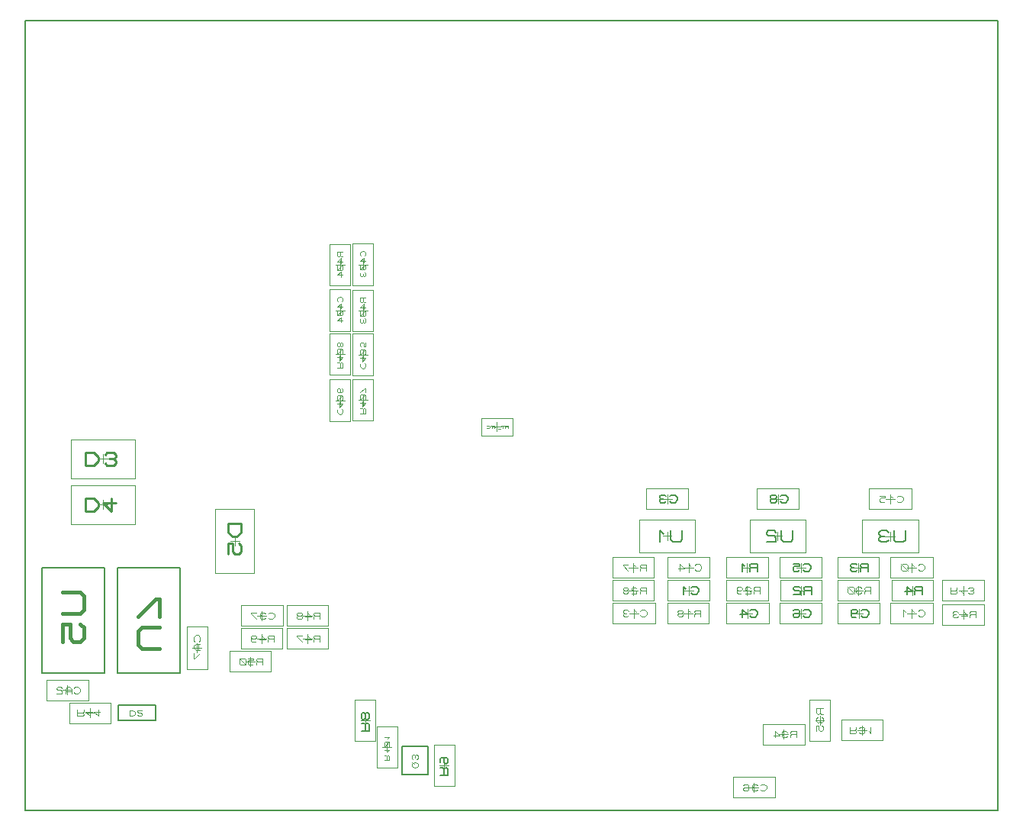
<source format=gbr>
G04 PROTEUS GERBER X2 FILE*
%TF.GenerationSoftware,Labcenter,Proteus,8.7-SP3-Build25561*%
%TF.CreationDate,2021-07-03T21:28:02+00:00*%
%TF.FileFunction,AssemblyDrawing,Bot*%
%TF.FilePolarity,Positive*%
%TF.Part,Single*%
%TF.SameCoordinates,{f2efd226-c5f6-4210-91bb-6bc09b7e039f}*%
%FSLAX45Y45*%
%MOMM*%
G01*
%TA.AperFunction,Profile*%
%ADD39C,0.203200*%
%TA.AperFunction,Material*%
%ADD119C,0.050000*%
%ADD132C,0.095000*%
%ADD127C,0.093000*%
%ADD46C,0.203200*%
%ADD117C,0.389040*%
%ADD124C,0.118750*%
%ADD146C,0.208330*%
%ADD133C,0.141000*%
%ADD120C,0.116250*%
%ADD147C,0.100580*%
%ADD148C,0.050710*%
%ADD134C,0.103290*%
%ADD149C,0.238330*%
%TD.AperFunction*%
D39*
X-1079500Y-6413500D02*
X+9715500Y-6413500D01*
X+9715500Y+2349500D01*
X-1079500Y+2349500D01*
X-1079500Y-6413500D01*
D119*
X+2528000Y-631000D02*
X+2528000Y-1101000D01*
X+2298000Y-1101000D01*
X+2298000Y-631000D01*
X+2528000Y-631000D01*
X+2363000Y-866000D02*
X+2463000Y-866000D01*
X+2413000Y-916000D02*
X+2413000Y-816000D01*
D132*
X+2432000Y-771000D02*
X+2441500Y-761500D01*
X+2441500Y-733000D01*
X+2422500Y-714000D01*
X+2403500Y-714000D01*
X+2384500Y-733000D01*
X+2384500Y-761500D01*
X+2394000Y-771000D01*
X+2422500Y-847000D02*
X+2422500Y-790000D01*
X+2384500Y-828000D01*
X+2441500Y-828000D01*
X+2432000Y-866000D02*
X+2394000Y-866000D01*
X+2384500Y-875500D01*
X+2384500Y-913500D01*
X+2394000Y-923000D01*
X+2432000Y-923000D01*
X+2441500Y-913500D01*
X+2441500Y-875500D01*
X+2432000Y-866000D01*
X+2441500Y-866000D02*
X+2384500Y-923000D01*
X+2422500Y-999000D02*
X+2422500Y-942000D01*
X+2384500Y-980000D01*
X+2441500Y-980000D01*
D119*
X+2528000Y-133000D02*
X+2528000Y-593000D01*
X+2298000Y-593000D01*
X+2298000Y-133000D01*
X+2528000Y-133000D01*
X+2363000Y-363000D02*
X+2463000Y-363000D01*
X+2413000Y-413000D02*
X+2413000Y-313000D01*
D127*
X+2440900Y-214200D02*
X+2385100Y-214200D01*
X+2385100Y-260700D01*
X+2394400Y-270000D01*
X+2403700Y-270000D01*
X+2413000Y-260700D01*
X+2413000Y-214200D01*
X+2413000Y-260700D02*
X+2422300Y-270000D01*
X+2440900Y-270000D01*
X+2422300Y-344400D02*
X+2422300Y-288600D01*
X+2385100Y-325800D01*
X+2440900Y-325800D01*
X+2431600Y-363000D02*
X+2394400Y-363000D01*
X+2385100Y-372300D01*
X+2385100Y-409500D01*
X+2394400Y-418800D01*
X+2431600Y-418800D01*
X+2440900Y-409500D01*
X+2440900Y-372300D01*
X+2431600Y-363000D01*
X+2440900Y-363000D02*
X+2385100Y-418800D01*
X+2422300Y-493200D02*
X+2422300Y-437400D01*
X+2385100Y-474600D01*
X+2440900Y-474600D01*
D119*
X+2782000Y-123000D02*
X+2782000Y-593000D01*
X+2552000Y-593000D01*
X+2552000Y-123000D01*
X+2782000Y-123000D01*
X+2617000Y-358000D02*
X+2717000Y-358000D01*
X+2667000Y-408000D02*
X+2667000Y-308000D01*
D132*
X+2686000Y-263000D02*
X+2695500Y-253500D01*
X+2695500Y-225000D01*
X+2676500Y-206000D01*
X+2657500Y-206000D01*
X+2638500Y-225000D01*
X+2638500Y-253500D01*
X+2648000Y-263000D01*
X+2676500Y-339000D02*
X+2676500Y-282000D01*
X+2638500Y-320000D01*
X+2695500Y-320000D01*
X+2686000Y-358000D02*
X+2648000Y-358000D01*
X+2638500Y-367500D01*
X+2638500Y-405500D01*
X+2648000Y-415000D01*
X+2686000Y-415000D01*
X+2695500Y-405500D01*
X+2695500Y-367500D01*
X+2686000Y-358000D01*
X+2695500Y-358000D02*
X+2638500Y-415000D01*
X+2648000Y-443500D02*
X+2638500Y-453000D01*
X+2638500Y-481500D01*
X+2648000Y-491000D01*
X+2657500Y-491000D01*
X+2667000Y-481500D01*
X+2676500Y-491000D01*
X+2686000Y-491000D01*
X+2695500Y-481500D01*
X+2695500Y-453000D01*
X+2686000Y-443500D01*
X+2667000Y-462500D02*
X+2667000Y-481500D01*
D119*
X+2782000Y-641000D02*
X+2782000Y-1101000D01*
X+2552000Y-1101000D01*
X+2552000Y-641000D01*
X+2782000Y-641000D01*
X+2617000Y-871000D02*
X+2717000Y-871000D01*
X+2667000Y-921000D02*
X+2667000Y-821000D01*
D127*
X+2694900Y-722200D02*
X+2639100Y-722200D01*
X+2639100Y-768700D01*
X+2648400Y-778000D01*
X+2657700Y-778000D01*
X+2667000Y-768700D01*
X+2667000Y-722200D01*
X+2667000Y-768700D02*
X+2676300Y-778000D01*
X+2694900Y-778000D01*
X+2676300Y-852400D02*
X+2676300Y-796600D01*
X+2639100Y-833800D01*
X+2694900Y-833800D01*
X+2685600Y-871000D02*
X+2648400Y-871000D01*
X+2639100Y-880300D01*
X+2639100Y-917500D01*
X+2648400Y-926800D01*
X+2685600Y-926800D01*
X+2694900Y-917500D01*
X+2694900Y-880300D01*
X+2685600Y-871000D01*
X+2694900Y-871000D02*
X+2639100Y-926800D01*
X+2648400Y-954700D02*
X+2639100Y-964000D01*
X+2639100Y-991900D01*
X+2648400Y-1001200D01*
X+2657700Y-1001200D01*
X+2667000Y-991900D01*
X+2676300Y-1001200D01*
X+2685600Y-1001200D01*
X+2694900Y-991900D01*
X+2694900Y-964000D01*
X+2685600Y-954700D01*
X+2667000Y-973300D02*
X+2667000Y-991900D01*
D46*
X-895350Y-4889500D02*
X-196850Y-4889500D01*
X-196850Y-3722370D01*
X-895350Y-3722370D01*
X-895350Y-4889500D01*
D117*
X-662813Y-3994701D02*
X-468291Y-3994701D01*
X-429387Y-4033605D01*
X-429387Y-4189222D01*
X-468291Y-4228126D01*
X-662813Y-4228126D01*
X-662813Y-4539360D02*
X-662813Y-4344839D01*
X-585004Y-4344839D01*
X-585004Y-4500456D01*
X-546100Y-4539360D01*
X-468291Y-4539360D01*
X-429387Y-4500456D01*
X-429387Y-4383743D01*
X-468291Y-4344839D01*
D46*
X-57150Y-4889500D02*
X+641350Y-4889500D01*
X+641350Y-3722370D01*
X-57150Y-3722370D01*
X-57150Y-4889500D01*
D117*
X+408813Y-4617169D02*
X+214291Y-4617169D01*
X+175387Y-4578265D01*
X+175387Y-4422648D01*
X+214291Y-4383744D01*
X+408813Y-4383744D01*
X+408813Y-4267031D02*
X+408813Y-4072510D01*
X+369909Y-4072510D01*
X+175387Y-4267031D01*
D119*
X-377000Y-5195000D02*
X-847000Y-5195000D01*
X-847000Y-4965000D01*
X-377000Y-4965000D01*
X-377000Y-5195000D01*
X-612000Y-5030000D02*
X-612000Y-5130000D01*
X-662000Y-5080000D02*
X-562000Y-5080000D01*
D124*
X-540750Y-5103750D02*
X-528875Y-5115625D01*
X-493250Y-5115625D01*
X-469500Y-5091875D01*
X-469500Y-5068125D01*
X-493250Y-5044375D01*
X-528875Y-5044375D01*
X-540750Y-5056250D01*
X-564500Y-5115625D02*
X-564500Y-5068125D01*
X-588250Y-5044375D01*
X-612000Y-5044375D01*
X-635750Y-5068125D01*
X-635750Y-5115625D01*
X-564500Y-5091875D02*
X-635750Y-5091875D01*
X-671375Y-5056250D02*
X-683250Y-5044375D01*
X-718875Y-5044375D01*
X-730750Y-5056250D01*
X-730750Y-5068125D01*
X-718875Y-5080000D01*
X-683250Y-5080000D01*
X-671375Y-5091875D01*
X-671375Y-5115625D01*
X-730750Y-5115625D01*
D119*
X+710500Y-4847500D02*
X+710500Y-4377500D01*
X+940500Y-4377500D01*
X+940500Y-4847500D01*
X+710500Y-4847500D01*
X+875500Y-4612500D02*
X+775500Y-4612500D01*
X+825500Y-4562500D02*
X+825500Y-4662500D01*
D124*
X+849250Y-4541250D02*
X+861125Y-4529375D01*
X+861125Y-4493750D01*
X+837375Y-4470000D01*
X+813625Y-4470000D01*
X+789875Y-4493750D01*
X+789875Y-4529375D01*
X+801750Y-4541250D01*
X+861125Y-4565000D02*
X+813625Y-4565000D01*
X+789875Y-4588750D01*
X+789875Y-4612500D01*
X+813625Y-4636250D01*
X+861125Y-4636250D01*
X+837375Y-4565000D02*
X+837375Y-4636250D01*
X+789875Y-4671875D02*
X+789875Y-4731250D01*
X+801750Y-4731250D01*
X+861125Y-4671875D01*
D119*
X+2782000Y-1121500D02*
X+2782000Y-1591500D01*
X+2552000Y-1591500D01*
X+2552000Y-1121500D01*
X+2782000Y-1121500D01*
X+2617000Y-1356500D02*
X+2717000Y-1356500D01*
X+2667000Y-1406500D02*
X+2667000Y-1306500D01*
D132*
X+2648000Y-1451500D02*
X+2638500Y-1461000D01*
X+2638500Y-1489500D01*
X+2657500Y-1508500D01*
X+2676500Y-1508500D01*
X+2695500Y-1489500D01*
X+2695500Y-1461000D01*
X+2686000Y-1451500D01*
X+2657500Y-1375500D02*
X+2657500Y-1432500D01*
X+2695500Y-1394500D01*
X+2638500Y-1394500D01*
X+2648000Y-1356500D02*
X+2686000Y-1356500D01*
X+2695500Y-1347000D01*
X+2695500Y-1309000D01*
X+2686000Y-1299500D01*
X+2648000Y-1299500D01*
X+2638500Y-1309000D01*
X+2638500Y-1347000D01*
X+2648000Y-1356500D01*
X+2638500Y-1356500D02*
X+2695500Y-1299500D01*
X+2695500Y-1223500D02*
X+2695500Y-1271000D01*
X+2676500Y-1271000D01*
X+2676500Y-1233000D01*
X+2667000Y-1223500D01*
X+2648000Y-1223500D01*
X+2638500Y-1233000D01*
X+2638500Y-1261500D01*
X+2648000Y-1271000D01*
D119*
X+2528000Y-1629500D02*
X+2528000Y-2099500D01*
X+2298000Y-2099500D01*
X+2298000Y-1629500D01*
X+2528000Y-1629500D01*
X+2363000Y-1864500D02*
X+2463000Y-1864500D01*
X+2413000Y-1914500D02*
X+2413000Y-1814500D01*
D132*
X+2394000Y-1959500D02*
X+2384500Y-1969000D01*
X+2384500Y-1997500D01*
X+2403500Y-2016500D01*
X+2422500Y-2016500D01*
X+2441500Y-1997500D01*
X+2441500Y-1969000D01*
X+2432000Y-1959500D01*
X+2403500Y-1883500D02*
X+2403500Y-1940500D01*
X+2441500Y-1902500D01*
X+2384500Y-1902500D01*
X+2394000Y-1864500D02*
X+2432000Y-1864500D01*
X+2441500Y-1855000D01*
X+2441500Y-1817000D01*
X+2432000Y-1807500D01*
X+2394000Y-1807500D01*
X+2384500Y-1817000D01*
X+2384500Y-1855000D01*
X+2394000Y-1864500D01*
X+2384500Y-1864500D02*
X+2441500Y-1807500D01*
X+2432000Y-1731500D02*
X+2441500Y-1741000D01*
X+2441500Y-1769500D01*
X+2432000Y-1779000D01*
X+2394000Y-1779000D01*
X+2384500Y-1769500D01*
X+2384500Y-1741000D01*
X+2394000Y-1731500D01*
X+2403500Y-1731500D01*
X+2413000Y-1741000D01*
X+2413000Y-1779000D01*
D119*
X+2782000Y-1629500D02*
X+2782000Y-2089500D01*
X+2552000Y-2089500D01*
X+2552000Y-1629500D01*
X+2782000Y-1629500D01*
X+2617000Y-1859500D02*
X+2717000Y-1859500D01*
X+2667000Y-1909500D02*
X+2667000Y-1809500D01*
D127*
X+2639100Y-2008300D02*
X+2694900Y-2008300D01*
X+2694900Y-1961800D01*
X+2685600Y-1952500D01*
X+2676300Y-1952500D01*
X+2667000Y-1961800D01*
X+2667000Y-2008300D01*
X+2667000Y-1961800D02*
X+2657700Y-1952500D01*
X+2639100Y-1952500D01*
X+2657700Y-1878100D02*
X+2657700Y-1933900D01*
X+2694900Y-1896700D01*
X+2639100Y-1896700D01*
X+2648400Y-1859500D02*
X+2685600Y-1859500D01*
X+2694900Y-1850200D01*
X+2694900Y-1813000D01*
X+2685600Y-1803700D01*
X+2648400Y-1803700D01*
X+2639100Y-1813000D01*
X+2639100Y-1850200D01*
X+2648400Y-1859500D01*
X+2639100Y-1859500D02*
X+2694900Y-1803700D01*
X+2694900Y-1775800D02*
X+2694900Y-1729300D01*
X+2685600Y-1729300D01*
X+2639100Y-1775800D01*
D119*
X+2528000Y-1121500D02*
X+2528000Y-1581500D01*
X+2298000Y-1581500D01*
X+2298000Y-1121500D01*
X+2528000Y-1121500D01*
X+2363000Y-1351500D02*
X+2463000Y-1351500D01*
X+2413000Y-1401500D02*
X+2413000Y-1301500D01*
D127*
X+2385100Y-1500300D02*
X+2440900Y-1500300D01*
X+2440900Y-1453800D01*
X+2431600Y-1444500D01*
X+2422300Y-1444500D01*
X+2413000Y-1453800D01*
X+2413000Y-1500300D01*
X+2413000Y-1453800D02*
X+2403700Y-1444500D01*
X+2385100Y-1444500D01*
X+2403700Y-1370100D02*
X+2403700Y-1425900D01*
X+2440900Y-1388700D01*
X+2385100Y-1388700D01*
X+2394400Y-1351500D02*
X+2431600Y-1351500D01*
X+2440900Y-1342200D01*
X+2440900Y-1305000D01*
X+2431600Y-1295700D01*
X+2394400Y-1295700D01*
X+2385100Y-1305000D01*
X+2385100Y-1342200D01*
X+2394400Y-1351500D01*
X+2385100Y-1351500D02*
X+2440900Y-1295700D01*
X+2413000Y-1258500D02*
X+2422300Y-1267800D01*
X+2431600Y-1267800D01*
X+2440900Y-1258500D01*
X+2440900Y-1230600D01*
X+2431600Y-1221300D01*
X+2422300Y-1221300D01*
X+2413000Y-1230600D01*
X+2413000Y-1258500D01*
X+2403700Y-1267800D01*
X+2394400Y-1267800D01*
X+2385100Y-1258500D01*
X+2385100Y-1230600D01*
X+2394400Y-1221300D01*
X+2403700Y-1221300D01*
X+2413000Y-1230600D01*
D119*
X+6354000Y-3550902D02*
X+5734000Y-3550902D01*
X+5734000Y-3190902D01*
X+6354000Y-3190902D01*
X+6354000Y-3550902D01*
X+6044000Y-3320902D02*
X+6044000Y-3420902D01*
X+5994000Y-3370902D02*
X+6094000Y-3370902D01*
D146*
X+6210666Y-3308402D02*
X+6210666Y-3412569D01*
X+6189833Y-3433402D01*
X+6106500Y-3433402D01*
X+6085667Y-3412569D01*
X+6085667Y-3308402D01*
X+6002334Y-3350069D02*
X+5960667Y-3308402D01*
X+5960667Y-3433402D01*
D119*
X+7581107Y-3550533D02*
X+6961107Y-3550533D01*
X+6961107Y-3190533D01*
X+7581107Y-3190533D01*
X+7581107Y-3550533D01*
X+7271107Y-3320533D02*
X+7271107Y-3420533D01*
X+7221107Y-3370533D02*
X+7321107Y-3370533D01*
D146*
X+7437773Y-3308033D02*
X+7437773Y-3412200D01*
X+7416940Y-3433033D01*
X+7333607Y-3433033D01*
X+7312774Y-3412200D01*
X+7312774Y-3308033D01*
X+7250274Y-3328866D02*
X+7229441Y-3308033D01*
X+7166941Y-3308033D01*
X+7146108Y-3328866D01*
X+7146108Y-3349700D01*
X+7166941Y-3370533D01*
X+7229441Y-3370533D01*
X+7250274Y-3391366D01*
X+7250274Y-3433033D01*
X+7146108Y-3433033D01*
D119*
X+8830869Y-3552033D02*
X+8210869Y-3552033D01*
X+8210869Y-3192033D01*
X+8830869Y-3192033D01*
X+8830869Y-3552033D01*
X+8520869Y-3322033D02*
X+8520869Y-3422033D01*
X+8470869Y-3372033D02*
X+8570869Y-3372033D01*
D146*
X+8687535Y-3309533D02*
X+8687535Y-3413700D01*
X+8666702Y-3434533D01*
X+8583369Y-3434533D01*
X+8562536Y-3413700D01*
X+8562536Y-3309533D01*
X+8500036Y-3330366D02*
X+8479203Y-3309533D01*
X+8416703Y-3309533D01*
X+8395870Y-3330366D01*
X+8395870Y-3351200D01*
X+8416703Y-3372033D01*
X+8395870Y-3392866D01*
X+8395870Y-3413700D01*
X+8416703Y-3434533D01*
X+8479203Y-3434533D01*
X+8500036Y-3413700D01*
X+8458370Y-3372033D02*
X+8416703Y-3372033D01*
D119*
X+6280500Y-3072402D02*
X+5810500Y-3072402D01*
X+5810500Y-2842402D01*
X+6280500Y-2842402D01*
X+6280500Y-3072402D01*
X+6045500Y-2907402D02*
X+6045500Y-3007402D01*
X+5995500Y-2957402D02*
X+6095500Y-2957402D01*
D133*
X+6073700Y-2985602D02*
X+6087800Y-2999702D01*
X+6130100Y-2999702D01*
X+6158300Y-2971502D01*
X+6158300Y-2943302D01*
X+6130100Y-2915102D01*
X+6087800Y-2915102D01*
X+6073700Y-2929202D01*
X+6031400Y-2929202D02*
X+6017300Y-2915102D01*
X+5975000Y-2915102D01*
X+5960900Y-2929202D01*
X+5960900Y-2943302D01*
X+5975000Y-2957402D01*
X+5960900Y-2971502D01*
X+5960900Y-2985602D01*
X+5975000Y-2999702D01*
X+6017300Y-2999702D01*
X+6031400Y-2985602D01*
X+6003200Y-2957402D02*
X+5975000Y-2957402D01*
D119*
X+7507607Y-3072033D02*
X+7037607Y-3072033D01*
X+7037607Y-2842033D01*
X+7507607Y-2842033D01*
X+7507607Y-3072033D01*
X+7272607Y-2907033D02*
X+7272607Y-3007033D01*
X+7222607Y-2957033D02*
X+7322607Y-2957033D01*
D133*
X+7300807Y-2985233D02*
X+7314907Y-2999333D01*
X+7357207Y-2999333D01*
X+7385407Y-2971133D01*
X+7385407Y-2942933D01*
X+7357207Y-2914733D01*
X+7314907Y-2914733D01*
X+7300807Y-2928833D01*
X+7244407Y-2957033D02*
X+7258507Y-2942933D01*
X+7258507Y-2928833D01*
X+7244407Y-2914733D01*
X+7202107Y-2914733D01*
X+7188007Y-2928833D01*
X+7188007Y-2942933D01*
X+7202107Y-2957033D01*
X+7244407Y-2957033D01*
X+7258507Y-2971133D01*
X+7258507Y-2985233D01*
X+7244407Y-2999333D01*
X+7202107Y-2999333D01*
X+7188007Y-2985233D01*
X+7188007Y-2971133D01*
X+7202107Y-2957033D01*
D119*
X+8757369Y-3073533D02*
X+8287369Y-3073533D01*
X+8287369Y-2843533D01*
X+8757369Y-2843533D01*
X+8757369Y-3073533D01*
X+8522369Y-2908533D02*
X+8522369Y-3008533D01*
X+8472369Y-2958533D02*
X+8572369Y-2958533D01*
D124*
X+8593619Y-2982283D02*
X+8605494Y-2994158D01*
X+8641119Y-2994158D01*
X+8664869Y-2970408D01*
X+8664869Y-2946658D01*
X+8641119Y-2922908D01*
X+8605494Y-2922908D01*
X+8593619Y-2934783D01*
X+8546119Y-2946658D02*
X+8522369Y-2922908D01*
X+8522369Y-2994158D01*
X+8403619Y-2922908D02*
X+8462994Y-2922908D01*
X+8462994Y-2946658D01*
X+8415494Y-2946658D01*
X+8403619Y-2958533D01*
X+8403619Y-2982283D01*
X+8415494Y-2994158D01*
X+8451119Y-2994158D01*
X+8462994Y-2982283D01*
D119*
X+6517000Y-3834402D02*
X+6047000Y-3834402D01*
X+6047000Y-3604402D01*
X+6517000Y-3604402D01*
X+6517000Y-3834402D01*
X+6282000Y-3669402D02*
X+6282000Y-3769402D01*
X+6232000Y-3719402D02*
X+6332000Y-3719402D01*
D124*
X+6353250Y-3743152D02*
X+6365125Y-3755027D01*
X+6400750Y-3755027D01*
X+6424500Y-3731277D01*
X+6424500Y-3707527D01*
X+6400750Y-3683777D01*
X+6365125Y-3683777D01*
X+6353250Y-3695652D01*
X+6305750Y-3707527D02*
X+6282000Y-3683777D01*
X+6282000Y-3755027D01*
X+6163250Y-3731277D02*
X+6234500Y-3731277D01*
X+6187000Y-3683777D01*
X+6187000Y-3755027D01*
D119*
X+7761607Y-3834033D02*
X+7291607Y-3834033D01*
X+7291607Y-3604033D01*
X+7761607Y-3604033D01*
X+7761607Y-3834033D01*
X+7526607Y-3669033D02*
X+7526607Y-3769033D01*
X+7476607Y-3719033D02*
X+7576607Y-3719033D01*
D133*
X+7554807Y-3747233D02*
X+7568907Y-3761333D01*
X+7611207Y-3761333D01*
X+7639407Y-3733133D01*
X+7639407Y-3704933D01*
X+7611207Y-3676733D01*
X+7568907Y-3676733D01*
X+7554807Y-3690833D01*
X+7442007Y-3676733D02*
X+7512507Y-3676733D01*
X+7512507Y-3704933D01*
X+7456107Y-3704933D01*
X+7442007Y-3719033D01*
X+7442007Y-3747233D01*
X+7456107Y-3761333D01*
X+7498407Y-3761333D01*
X+7512507Y-3747233D01*
D119*
X+8993869Y-3834033D02*
X+8523869Y-3834033D01*
X+8523869Y-3604033D01*
X+8993869Y-3604033D01*
X+8993869Y-3834033D01*
X+8758869Y-3669033D02*
X+8758869Y-3769033D01*
X+8708869Y-3719033D02*
X+8808869Y-3719033D01*
D124*
X+8830119Y-3742783D02*
X+8841994Y-3754658D01*
X+8877619Y-3754658D01*
X+8901369Y-3730908D01*
X+8901369Y-3707158D01*
X+8877619Y-3683408D01*
X+8841994Y-3683408D01*
X+8830119Y-3695283D01*
X+8782619Y-3707158D02*
X+8758869Y-3683408D01*
X+8758869Y-3754658D01*
X+8711369Y-3742783D02*
X+8711369Y-3695283D01*
X+8699494Y-3683408D01*
X+8651994Y-3683408D01*
X+8640119Y-3695283D01*
X+8640119Y-3742783D01*
X+8651994Y-3754658D01*
X+8699494Y-3754658D01*
X+8711369Y-3742783D01*
X+8711369Y-3754658D02*
X+8640119Y-3683408D01*
D119*
X+6517000Y-4088402D02*
X+6047000Y-4088402D01*
X+6047000Y-3858402D01*
X+6517000Y-3858402D01*
X+6517000Y-4088402D01*
X+6282000Y-3923402D02*
X+6282000Y-4023402D01*
X+6232000Y-3973402D02*
X+6332000Y-3973402D01*
D133*
X+6310200Y-4001602D02*
X+6324300Y-4015702D01*
X+6366600Y-4015702D01*
X+6394800Y-3987502D01*
X+6394800Y-3959302D01*
X+6366600Y-3931102D01*
X+6324300Y-3931102D01*
X+6310200Y-3945202D01*
X+6253800Y-3959302D02*
X+6225600Y-3931102D01*
X+6225600Y-4015702D01*
D119*
X+5909500Y-4342402D02*
X+5439500Y-4342402D01*
X+5439500Y-4112402D01*
X+5909500Y-4112402D01*
X+5909500Y-4342402D01*
X+5674500Y-4177402D02*
X+5674500Y-4277402D01*
X+5624500Y-4227402D02*
X+5724500Y-4227402D01*
D124*
X+5745750Y-4251152D02*
X+5757625Y-4263027D01*
X+5793250Y-4263027D01*
X+5817000Y-4239277D01*
X+5817000Y-4215527D01*
X+5793250Y-4191777D01*
X+5757625Y-4191777D01*
X+5745750Y-4203652D01*
X+5698250Y-4215527D02*
X+5674500Y-4191777D01*
X+5674500Y-4263027D01*
X+5615125Y-4203652D02*
X+5603250Y-4191777D01*
X+5567625Y-4191777D01*
X+5555750Y-4203652D01*
X+5555750Y-4215527D01*
X+5567625Y-4227402D01*
X+5555750Y-4239277D01*
X+5555750Y-4251152D01*
X+5567625Y-4263027D01*
X+5603250Y-4263027D01*
X+5615125Y-4251152D01*
X+5591375Y-4227402D02*
X+5567625Y-4227402D01*
D119*
X+5439500Y-3604402D02*
X+5899500Y-3604402D01*
X+5899500Y-3834402D01*
X+5439500Y-3834402D01*
X+5439500Y-3604402D01*
X+5669500Y-3769402D02*
X+5669500Y-3669402D01*
X+5719500Y-3719402D02*
X+5619500Y-3719402D01*
D120*
X+5809000Y-3754277D02*
X+5809000Y-3684527D01*
X+5750875Y-3684527D01*
X+5739250Y-3696152D01*
X+5739250Y-3707777D01*
X+5750875Y-3719402D01*
X+5809000Y-3719402D01*
X+5750875Y-3719402D02*
X+5739250Y-3731027D01*
X+5739250Y-3754277D01*
X+5692750Y-3707777D02*
X+5669500Y-3684527D01*
X+5669500Y-3754277D01*
X+5611375Y-3684527D02*
X+5553250Y-3684527D01*
X+5553250Y-3696152D01*
X+5611375Y-3754277D01*
D119*
X+6507000Y-4342402D02*
X+6047000Y-4342402D01*
X+6047000Y-4112402D01*
X+6507000Y-4112402D01*
X+6507000Y-4342402D01*
X+6277000Y-4177402D02*
X+6277000Y-4277402D01*
X+6227000Y-4227402D02*
X+6327000Y-4227402D01*
D120*
X+6416500Y-4262277D02*
X+6416500Y-4192527D01*
X+6358375Y-4192527D01*
X+6346750Y-4204152D01*
X+6346750Y-4215777D01*
X+6358375Y-4227402D01*
X+6416500Y-4227402D01*
X+6358375Y-4227402D02*
X+6346750Y-4239027D01*
X+6346750Y-4262277D01*
X+6300250Y-4215777D02*
X+6277000Y-4192527D01*
X+6277000Y-4262277D01*
X+6207250Y-4227402D02*
X+6218875Y-4215777D01*
X+6218875Y-4204152D01*
X+6207250Y-4192527D01*
X+6172375Y-4192527D01*
X+6160750Y-4204152D01*
X+6160750Y-4215777D01*
X+6172375Y-4227402D01*
X+6207250Y-4227402D01*
X+6218875Y-4239027D01*
X+6218875Y-4250652D01*
X+6207250Y-4262277D01*
X+6172375Y-4262277D01*
X+6160750Y-4250652D01*
X+6160750Y-4239027D01*
X+6172375Y-4227402D01*
D119*
X+5899500Y-4088402D02*
X+5439500Y-4088402D01*
X+5439500Y-3858402D01*
X+5899500Y-3858402D01*
X+5899500Y-4088402D01*
X+5669500Y-3923402D02*
X+5669500Y-4023402D01*
X+5619500Y-3973402D02*
X+5719500Y-3973402D01*
D120*
X+5809000Y-4008277D02*
X+5809000Y-3938527D01*
X+5750875Y-3938527D01*
X+5739250Y-3950152D01*
X+5739250Y-3961777D01*
X+5750875Y-3973402D01*
X+5809000Y-3973402D01*
X+5750875Y-3973402D02*
X+5739250Y-3985027D01*
X+5739250Y-4008277D01*
X+5704375Y-3950152D02*
X+5692750Y-3938527D01*
X+5657875Y-3938527D01*
X+5646250Y-3950152D01*
X+5646250Y-3961777D01*
X+5657875Y-3973402D01*
X+5692750Y-3973402D01*
X+5704375Y-3985027D01*
X+5704375Y-4008277D01*
X+5646250Y-4008277D01*
X+5599750Y-3973402D02*
X+5611375Y-3961777D01*
X+5611375Y-3950152D01*
X+5599750Y-3938527D01*
X+5564875Y-3938527D01*
X+5553250Y-3950152D01*
X+5553250Y-3961777D01*
X+5564875Y-3973402D01*
X+5599750Y-3973402D01*
X+5611375Y-3985027D01*
X+5611375Y-3996652D01*
X+5599750Y-4008277D01*
X+5564875Y-4008277D01*
X+5553250Y-3996652D01*
X+5553250Y-3985027D01*
X+5564875Y-3973402D01*
D119*
X+6702607Y-3604033D02*
X+7162607Y-3604033D01*
X+7162607Y-3834033D01*
X+6702607Y-3834033D01*
X+6702607Y-3604033D01*
X+6932607Y-3769033D02*
X+6932607Y-3669033D01*
X+6982607Y-3719033D02*
X+6882607Y-3719033D01*
D133*
X+7045407Y-3761333D02*
X+7045407Y-3676733D01*
X+6974907Y-3676733D01*
X+6960807Y-3690833D01*
X+6960807Y-3704933D01*
X+6974907Y-3719033D01*
X+7045407Y-3719033D01*
X+6974907Y-3719033D02*
X+6960807Y-3733133D01*
X+6960807Y-3761333D01*
X+6904407Y-3704933D02*
X+6876207Y-3676733D01*
X+6876207Y-3761333D01*
D119*
X+7761607Y-4088033D02*
X+7301607Y-4088033D01*
X+7301607Y-3858033D01*
X+7761607Y-3858033D01*
X+7761607Y-4088033D01*
X+7531607Y-3923033D02*
X+7531607Y-4023033D01*
X+7481607Y-3973033D02*
X+7581607Y-3973033D01*
D133*
X+7644407Y-4015333D02*
X+7644407Y-3930733D01*
X+7573907Y-3930733D01*
X+7559807Y-3944833D01*
X+7559807Y-3958933D01*
X+7573907Y-3973033D01*
X+7644407Y-3973033D01*
X+7573907Y-3973033D02*
X+7559807Y-3987133D01*
X+7559807Y-4015333D01*
X+7517507Y-3944833D02*
X+7503407Y-3930733D01*
X+7461107Y-3930733D01*
X+7447007Y-3944833D01*
X+7447007Y-3958933D01*
X+7461107Y-3973033D01*
X+7503407Y-3973033D01*
X+7517507Y-3987133D01*
X+7517507Y-4015333D01*
X+7447007Y-4015333D01*
D119*
X+7162607Y-4088033D02*
X+6702607Y-4088033D01*
X+6702607Y-3858033D01*
X+7162607Y-3858033D01*
X+7162607Y-4088033D01*
X+6932607Y-3923033D02*
X+6932607Y-4023033D01*
X+6882607Y-3973033D02*
X+6982607Y-3973033D01*
D120*
X+7072107Y-4007908D02*
X+7072107Y-3938158D01*
X+7013982Y-3938158D01*
X+7002357Y-3949783D01*
X+7002357Y-3961408D01*
X+7013982Y-3973033D01*
X+7072107Y-3973033D01*
X+7013982Y-3973033D02*
X+7002357Y-3984658D01*
X+7002357Y-4007908D01*
X+6967482Y-3949783D02*
X+6955857Y-3938158D01*
X+6920982Y-3938158D01*
X+6909357Y-3949783D01*
X+6909357Y-3961408D01*
X+6920982Y-3973033D01*
X+6955857Y-3973033D01*
X+6967482Y-3984658D01*
X+6967482Y-4007908D01*
X+6909357Y-4007908D01*
X+6816357Y-3961408D02*
X+6827982Y-3973033D01*
X+6862857Y-3973033D01*
X+6874482Y-3961408D01*
X+6874482Y-3949783D01*
X+6862857Y-3938158D01*
X+6827982Y-3938158D01*
X+6816357Y-3949783D01*
X+6816357Y-3996283D01*
X+6827982Y-4007908D01*
X+6862857Y-4007908D01*
D119*
X+7934869Y-3604033D02*
X+8394869Y-3604033D01*
X+8394869Y-3834033D01*
X+7934869Y-3834033D01*
X+7934869Y-3604033D01*
X+8164869Y-3769033D02*
X+8164869Y-3669033D01*
X+8214869Y-3719033D02*
X+8114869Y-3719033D01*
D133*
X+8277669Y-3761333D02*
X+8277669Y-3676733D01*
X+8207169Y-3676733D01*
X+8193069Y-3690833D01*
X+8193069Y-3704933D01*
X+8207169Y-3719033D01*
X+8277669Y-3719033D01*
X+8207169Y-3719033D02*
X+8193069Y-3733133D01*
X+8193069Y-3761333D01*
X+8150769Y-3690833D02*
X+8136669Y-3676733D01*
X+8094369Y-3676733D01*
X+8080269Y-3690833D01*
X+8080269Y-3704933D01*
X+8094369Y-3719033D01*
X+8080269Y-3733133D01*
X+8080269Y-3747233D01*
X+8094369Y-3761333D01*
X+8136669Y-3761333D01*
X+8150769Y-3747233D01*
X+8122569Y-3719033D02*
X+8094369Y-3719033D01*
D119*
X+8993869Y-4088033D02*
X+8533869Y-4088033D01*
X+8533869Y-3858033D01*
X+8993869Y-3858033D01*
X+8993869Y-4088033D01*
X+8763869Y-3923033D02*
X+8763869Y-4023033D01*
X+8713869Y-3973033D02*
X+8813869Y-3973033D01*
D133*
X+8876669Y-4015333D02*
X+8876669Y-3930733D01*
X+8806169Y-3930733D01*
X+8792069Y-3944833D01*
X+8792069Y-3958933D01*
X+8806169Y-3973033D01*
X+8876669Y-3973033D01*
X+8806169Y-3973033D02*
X+8792069Y-3987133D01*
X+8792069Y-4015333D01*
X+8679269Y-3987133D02*
X+8763869Y-3987133D01*
X+8707469Y-3930733D01*
X+8707469Y-4015333D01*
D119*
X+8394869Y-4088033D02*
X+7934869Y-4088033D01*
X+7934869Y-3858033D01*
X+8394869Y-3858033D01*
X+8394869Y-4088033D01*
X+8164869Y-3923033D02*
X+8164869Y-4023033D01*
X+8114869Y-3973033D02*
X+8214869Y-3973033D01*
D120*
X+8304369Y-4007908D02*
X+8304369Y-3938158D01*
X+8246244Y-3938158D01*
X+8234619Y-3949783D01*
X+8234619Y-3961408D01*
X+8246244Y-3973033D01*
X+8304369Y-3973033D01*
X+8246244Y-3973033D02*
X+8234619Y-3984658D01*
X+8234619Y-4007908D01*
X+8199744Y-3949783D02*
X+8188119Y-3938158D01*
X+8153244Y-3938158D01*
X+8141619Y-3949783D01*
X+8141619Y-3961408D01*
X+8153244Y-3973033D01*
X+8141619Y-3984658D01*
X+8141619Y-3996283D01*
X+8153244Y-4007908D01*
X+8188119Y-4007908D01*
X+8199744Y-3996283D01*
X+8176494Y-3973033D02*
X+8153244Y-3973033D01*
X+8118369Y-3996283D02*
X+8118369Y-3949783D01*
X+8106744Y-3938158D01*
X+8060244Y-3938158D01*
X+8048619Y-3949783D01*
X+8048619Y-3996283D01*
X+8060244Y-4007908D01*
X+8106744Y-4007908D01*
X+8118369Y-3996283D01*
X+8118369Y-4007908D02*
X+8048619Y-3938158D01*
D119*
X+7172607Y-4342033D02*
X+6702607Y-4342033D01*
X+6702607Y-4112033D01*
X+7172607Y-4112033D01*
X+7172607Y-4342033D01*
X+6937607Y-4177033D02*
X+6937607Y-4277033D01*
X+6887607Y-4227033D02*
X+6987607Y-4227033D01*
D133*
X+6965807Y-4255233D02*
X+6979907Y-4269333D01*
X+7022207Y-4269333D01*
X+7050407Y-4241133D01*
X+7050407Y-4212933D01*
X+7022207Y-4184733D01*
X+6979907Y-4184733D01*
X+6965807Y-4198833D01*
X+6853007Y-4241133D02*
X+6937607Y-4241133D01*
X+6881207Y-4184733D01*
X+6881207Y-4269333D01*
D119*
X+7761607Y-4342033D02*
X+7291607Y-4342033D01*
X+7291607Y-4112033D01*
X+7761607Y-4112033D01*
X+7761607Y-4342033D01*
X+7526607Y-4177033D02*
X+7526607Y-4277033D01*
X+7476607Y-4227033D02*
X+7576607Y-4227033D01*
D133*
X+7554807Y-4255233D02*
X+7568907Y-4269333D01*
X+7611207Y-4269333D01*
X+7639407Y-4241133D01*
X+7639407Y-4212933D01*
X+7611207Y-4184733D01*
X+7568907Y-4184733D01*
X+7554807Y-4198833D01*
X+7442007Y-4198833D02*
X+7456107Y-4184733D01*
X+7498407Y-4184733D01*
X+7512507Y-4198833D01*
X+7512507Y-4255233D01*
X+7498407Y-4269333D01*
X+7456107Y-4269333D01*
X+7442007Y-4255233D01*
X+7442007Y-4241133D01*
X+7456107Y-4227033D01*
X+7512507Y-4227033D01*
D119*
X+8404869Y-4342033D02*
X+7934869Y-4342033D01*
X+7934869Y-4112033D01*
X+8404869Y-4112033D01*
X+8404869Y-4342033D01*
X+8169869Y-4177033D02*
X+8169869Y-4277033D01*
X+8119869Y-4227033D02*
X+8219869Y-4227033D01*
D133*
X+8198069Y-4255233D02*
X+8212169Y-4269333D01*
X+8254469Y-4269333D01*
X+8282669Y-4241133D01*
X+8282669Y-4212933D01*
X+8254469Y-4184733D01*
X+8212169Y-4184733D01*
X+8198069Y-4198833D01*
X+8085269Y-4212933D02*
X+8099369Y-4227033D01*
X+8141669Y-4227033D01*
X+8155769Y-4212933D01*
X+8155769Y-4198833D01*
X+8141669Y-4184733D01*
X+8099369Y-4184733D01*
X+8085269Y-4198833D01*
X+8085269Y-4255233D01*
X+8099369Y-4269333D01*
X+8141669Y-4269333D01*
D119*
X+8993869Y-4342033D02*
X+8523869Y-4342033D01*
X+8523869Y-4112033D01*
X+8993869Y-4112033D01*
X+8993869Y-4342033D01*
X+8758869Y-4177033D02*
X+8758869Y-4277033D01*
X+8708869Y-4227033D02*
X+8808869Y-4227033D01*
D124*
X+8830119Y-4250783D02*
X+8841994Y-4262658D01*
X+8877619Y-4262658D01*
X+8901369Y-4238908D01*
X+8901369Y-4215158D01*
X+8877619Y-4191408D01*
X+8841994Y-4191408D01*
X+8830119Y-4203283D01*
X+8782619Y-4215158D02*
X+8758869Y-4191408D01*
X+8758869Y-4262658D01*
X+8687619Y-4215158D02*
X+8663869Y-4191408D01*
X+8663869Y-4262658D01*
D119*
X+7243000Y-6274500D02*
X+6773000Y-6274500D01*
X+6773000Y-6044500D01*
X+7243000Y-6044500D01*
X+7243000Y-6274500D01*
X+7008000Y-6109500D02*
X+7008000Y-6209500D01*
X+6958000Y-6159500D02*
X+7058000Y-6159500D01*
D124*
X+7079250Y-6183250D02*
X+7091125Y-6195125D01*
X+7126750Y-6195125D01*
X+7150500Y-6171375D01*
X+7150500Y-6147625D01*
X+7126750Y-6123875D01*
X+7091125Y-6123875D01*
X+7079250Y-6135750D01*
X+7043625Y-6135750D02*
X+7031750Y-6123875D01*
X+6996125Y-6123875D01*
X+6984250Y-6135750D01*
X+6984250Y-6147625D01*
X+6996125Y-6159500D01*
X+6984250Y-6171375D01*
X+6984250Y-6183250D01*
X+6996125Y-6195125D01*
X+7031750Y-6195125D01*
X+7043625Y-6183250D01*
X+7019875Y-6159500D02*
X+6996125Y-6159500D01*
X+6889250Y-6135750D02*
X+6901125Y-6123875D01*
X+6936750Y-6123875D01*
X+6948625Y-6135750D01*
X+6948625Y-6183250D01*
X+6936750Y-6195125D01*
X+6901125Y-6195125D01*
X+6889250Y-6183250D01*
X+6889250Y-6171375D01*
X+6901125Y-6159500D01*
X+6948625Y-6159500D01*
D119*
X+1782000Y-4369500D02*
X+1312000Y-4369500D01*
X+1312000Y-4139500D01*
X+1782000Y-4139500D01*
X+1782000Y-4369500D01*
X+1547000Y-4204500D02*
X+1547000Y-4304500D01*
X+1497000Y-4254500D02*
X+1597000Y-4254500D01*
D124*
X+1618250Y-4278250D02*
X+1630125Y-4290125D01*
X+1665750Y-4290125D01*
X+1689500Y-4266375D01*
X+1689500Y-4242625D01*
X+1665750Y-4218875D01*
X+1630125Y-4218875D01*
X+1618250Y-4230750D01*
X+1582625Y-4230750D02*
X+1570750Y-4218875D01*
X+1535125Y-4218875D01*
X+1523250Y-4230750D01*
X+1523250Y-4242625D01*
X+1535125Y-4254500D01*
X+1523250Y-4266375D01*
X+1523250Y-4278250D01*
X+1535125Y-4290125D01*
X+1570750Y-4290125D01*
X+1582625Y-4278250D01*
X+1558875Y-4254500D02*
X+1535125Y-4254500D01*
X+1487625Y-4218875D02*
X+1428250Y-4218875D01*
X+1428250Y-4230750D01*
X+1487625Y-4290125D01*
D46*
X-50800Y-5417820D02*
X+365760Y-5417820D01*
X+365760Y-5250180D01*
X-50800Y-5250180D01*
X-50800Y-5417820D01*
D147*
X+77013Y-5303824D02*
X+77013Y-5364175D01*
X+117246Y-5364175D01*
X+137363Y-5344058D01*
X+137363Y-5323941D01*
X+117246Y-5303824D01*
X+77013Y-5303824D01*
X+167538Y-5354116D02*
X+177596Y-5364175D01*
X+207771Y-5364175D01*
X+217830Y-5354116D01*
X+217830Y-5344058D01*
X+207771Y-5334000D01*
X+177596Y-5334000D01*
X+167538Y-5323941D01*
X+167538Y-5303824D01*
X+217830Y-5303824D01*
D119*
X+7979500Y-5409500D02*
X+8439500Y-5409500D01*
X+8439500Y-5639500D01*
X+7979500Y-5639500D01*
X+7979500Y-5409500D01*
X+8209500Y-5574500D02*
X+8209500Y-5474500D01*
X+8259500Y-5524500D02*
X+8159500Y-5524500D01*
D120*
X+8070000Y-5489625D02*
X+8070000Y-5559375D01*
X+8128125Y-5559375D01*
X+8139750Y-5547750D01*
X+8139750Y-5536125D01*
X+8128125Y-5524500D01*
X+8070000Y-5524500D01*
X+8128125Y-5524500D02*
X+8139750Y-5512875D01*
X+8139750Y-5489625D01*
X+8174625Y-5547750D02*
X+8186250Y-5559375D01*
X+8221125Y-5559375D01*
X+8232750Y-5547750D01*
X+8232750Y-5536125D01*
X+8221125Y-5524500D01*
X+8232750Y-5512875D01*
X+8232750Y-5501250D01*
X+8221125Y-5489625D01*
X+8186250Y-5489625D01*
X+8174625Y-5501250D01*
X+8197875Y-5524500D02*
X+8221125Y-5524500D01*
X+8279250Y-5536125D02*
X+8302500Y-5559375D01*
X+8302500Y-5489625D01*
D119*
X+7108500Y-5455499D02*
X+7568500Y-5455499D01*
X+7568500Y-5685499D01*
X+7108500Y-5685499D01*
X+7108500Y-5455499D01*
X+7338500Y-5620499D02*
X+7338500Y-5520499D01*
X+7388500Y-5570499D02*
X+7288500Y-5570499D01*
D120*
X+7478000Y-5605374D02*
X+7478000Y-5535624D01*
X+7419875Y-5535624D01*
X+7408250Y-5547249D01*
X+7408250Y-5558874D01*
X+7419875Y-5570499D01*
X+7478000Y-5570499D01*
X+7419875Y-5570499D02*
X+7408250Y-5582124D01*
X+7408250Y-5605374D01*
X+7373375Y-5547249D02*
X+7361750Y-5535624D01*
X+7326875Y-5535624D01*
X+7315250Y-5547249D01*
X+7315250Y-5558874D01*
X+7326875Y-5570499D01*
X+7315250Y-5582124D01*
X+7315250Y-5593749D01*
X+7326875Y-5605374D01*
X+7361750Y-5605374D01*
X+7373375Y-5593749D01*
X+7350125Y-5570499D02*
X+7326875Y-5570499D01*
X+7222250Y-5582124D02*
X+7292000Y-5582124D01*
X+7245500Y-5535624D01*
X+7245500Y-5605374D01*
D119*
X+7622500Y-5645500D02*
X+7622500Y-5185500D01*
X+7852500Y-5185500D01*
X+7852500Y-5645500D01*
X+7622500Y-5645500D01*
X+7787500Y-5415500D02*
X+7687500Y-5415500D01*
X+7737500Y-5365500D02*
X+7737500Y-5465500D01*
D120*
X+7772375Y-5276000D02*
X+7702625Y-5276000D01*
X+7702625Y-5334125D01*
X+7714250Y-5345750D01*
X+7725875Y-5345750D01*
X+7737500Y-5334125D01*
X+7737500Y-5276000D01*
X+7737500Y-5334125D02*
X+7749125Y-5345750D01*
X+7772375Y-5345750D01*
X+7714250Y-5380625D02*
X+7702625Y-5392250D01*
X+7702625Y-5427125D01*
X+7714250Y-5438750D01*
X+7725875Y-5438750D01*
X+7737500Y-5427125D01*
X+7749125Y-5438750D01*
X+7760750Y-5438750D01*
X+7772375Y-5427125D01*
X+7772375Y-5392250D01*
X+7760750Y-5380625D01*
X+7737500Y-5403875D02*
X+7737500Y-5427125D01*
X+7702625Y-5531750D02*
X+7702625Y-5473625D01*
X+7725875Y-5473625D01*
X+7725875Y-5520125D01*
X+7737500Y-5531750D01*
X+7760750Y-5531750D01*
X+7772375Y-5520125D01*
X+7772375Y-5485250D01*
X+7760750Y-5473625D01*
D119*
X+9099200Y-4126800D02*
X+9559200Y-4126800D01*
X+9559200Y-4356800D01*
X+9099200Y-4356800D01*
X+9099200Y-4126800D01*
X+9329200Y-4291800D02*
X+9329200Y-4191800D01*
X+9379200Y-4241800D02*
X+9279200Y-4241800D01*
D120*
X+9468700Y-4276675D02*
X+9468700Y-4206925D01*
X+9410575Y-4206925D01*
X+9398950Y-4218550D01*
X+9398950Y-4230175D01*
X+9410575Y-4241800D01*
X+9468700Y-4241800D01*
X+9410575Y-4241800D02*
X+9398950Y-4253425D01*
X+9398950Y-4276675D01*
X+9305950Y-4253425D02*
X+9375700Y-4253425D01*
X+9329200Y-4206925D01*
X+9329200Y-4276675D01*
X+9271075Y-4218550D02*
X+9259450Y-4206925D01*
X+9224575Y-4206925D01*
X+9212950Y-4218550D01*
X+9212950Y-4230175D01*
X+9224575Y-4241800D01*
X+9212950Y-4253425D01*
X+9212950Y-4265050D01*
X+9224575Y-4276675D01*
X+9259450Y-4276675D01*
X+9271075Y-4265050D01*
X+9247825Y-4241800D02*
X+9224575Y-4241800D01*
D119*
X-133000Y-5449000D02*
X-593000Y-5449000D01*
X-593000Y-5219000D01*
X-133000Y-5219000D01*
X-133000Y-5449000D01*
X-363000Y-5284000D02*
X-363000Y-5384000D01*
X-413000Y-5334000D02*
X-313000Y-5334000D01*
D120*
X-502500Y-5299125D02*
X-502500Y-5368875D01*
X-444375Y-5368875D01*
X-432750Y-5357250D01*
X-432750Y-5345625D01*
X-444375Y-5334000D01*
X-502500Y-5334000D01*
X-444375Y-5334000D02*
X-432750Y-5322375D01*
X-432750Y-5299125D01*
X-339750Y-5322375D02*
X-409500Y-5322375D01*
X-363000Y-5368875D01*
X-363000Y-5299125D01*
X-246750Y-5322375D02*
X-316500Y-5322375D01*
X-270000Y-5368875D01*
X-270000Y-5299125D01*
D119*
X+1820000Y-4393500D02*
X+2280000Y-4393500D01*
X+2280000Y-4623500D01*
X+1820000Y-4623500D01*
X+1820000Y-4393500D01*
X+2050000Y-4558500D02*
X+2050000Y-4458500D01*
X+2100000Y-4508500D02*
X+2000000Y-4508500D01*
D120*
X+2189500Y-4543375D02*
X+2189500Y-4473625D01*
X+2131375Y-4473625D01*
X+2119750Y-4485250D01*
X+2119750Y-4496875D01*
X+2131375Y-4508500D01*
X+2189500Y-4508500D01*
X+2131375Y-4508500D02*
X+2119750Y-4520125D01*
X+2119750Y-4543375D01*
X+2026750Y-4520125D02*
X+2096500Y-4520125D01*
X+2050000Y-4473625D01*
X+2050000Y-4543375D01*
X+1991875Y-4473625D02*
X+1933750Y-4473625D01*
X+1933750Y-4485250D01*
X+1991875Y-4543375D01*
D119*
X+1820000Y-4139500D02*
X+2280000Y-4139500D01*
X+2280000Y-4369500D01*
X+1820000Y-4369500D01*
X+1820000Y-4139500D01*
X+2050000Y-4304500D02*
X+2050000Y-4204500D01*
X+2100000Y-4254500D02*
X+2000000Y-4254500D01*
D120*
X+2189500Y-4289375D02*
X+2189500Y-4219625D01*
X+2131375Y-4219625D01*
X+2119750Y-4231250D01*
X+2119750Y-4242875D01*
X+2131375Y-4254500D01*
X+2189500Y-4254500D01*
X+2131375Y-4254500D02*
X+2119750Y-4266125D01*
X+2119750Y-4289375D01*
X+2026750Y-4266125D02*
X+2096500Y-4266125D01*
X+2050000Y-4219625D01*
X+2050000Y-4289375D01*
X+1980250Y-4254500D02*
X+1991875Y-4242875D01*
X+1991875Y-4231250D01*
X+1980250Y-4219625D01*
X+1945375Y-4219625D01*
X+1933750Y-4231250D01*
X+1933750Y-4242875D01*
X+1945375Y-4254500D01*
X+1980250Y-4254500D01*
X+1991875Y-4266125D01*
X+1991875Y-4277750D01*
X+1980250Y-4289375D01*
X+1945375Y-4289375D01*
X+1933750Y-4277750D01*
X+1933750Y-4266125D01*
X+1945375Y-4254500D01*
D119*
X+1312000Y-4393500D02*
X+1772000Y-4393500D01*
X+1772000Y-4623500D01*
X+1312000Y-4623500D01*
X+1312000Y-4393500D01*
X+1542000Y-4558500D02*
X+1542000Y-4458500D01*
X+1592000Y-4508500D02*
X+1492000Y-4508500D01*
D120*
X+1681500Y-4543375D02*
X+1681500Y-4473625D01*
X+1623375Y-4473625D01*
X+1611750Y-4485250D01*
X+1611750Y-4496875D01*
X+1623375Y-4508500D01*
X+1681500Y-4508500D01*
X+1623375Y-4508500D02*
X+1611750Y-4520125D01*
X+1611750Y-4543375D01*
X+1518750Y-4520125D02*
X+1588500Y-4520125D01*
X+1542000Y-4473625D01*
X+1542000Y-4543375D01*
X+1425750Y-4496875D02*
X+1437375Y-4508500D01*
X+1472250Y-4508500D01*
X+1483875Y-4496875D01*
X+1483875Y-4485250D01*
X+1472250Y-4473625D01*
X+1437375Y-4473625D01*
X+1425750Y-4485250D01*
X+1425750Y-4531750D01*
X+1437375Y-4543375D01*
X+1472250Y-4543375D01*
D119*
X+1645000Y-4877500D02*
X+1185000Y-4877500D01*
X+1185000Y-4647500D01*
X+1645000Y-4647500D01*
X+1645000Y-4877500D01*
X+1415000Y-4712500D02*
X+1415000Y-4812500D01*
X+1365000Y-4762500D02*
X+1465000Y-4762500D01*
D120*
X+1554500Y-4797375D02*
X+1554500Y-4727625D01*
X+1496375Y-4727625D01*
X+1484750Y-4739250D01*
X+1484750Y-4750875D01*
X+1496375Y-4762500D01*
X+1554500Y-4762500D01*
X+1496375Y-4762500D02*
X+1484750Y-4774125D01*
X+1484750Y-4797375D01*
X+1391750Y-4727625D02*
X+1449875Y-4727625D01*
X+1449875Y-4750875D01*
X+1403375Y-4750875D01*
X+1391750Y-4762500D01*
X+1391750Y-4785750D01*
X+1403375Y-4797375D01*
X+1438250Y-4797375D01*
X+1449875Y-4785750D01*
X+1368500Y-4785750D02*
X+1368500Y-4739250D01*
X+1356875Y-4727625D01*
X+1310375Y-4727625D01*
X+1298750Y-4739250D01*
X+1298750Y-4785750D01*
X+1310375Y-4797375D01*
X+1356875Y-4797375D01*
X+1368500Y-4785750D01*
X+1368500Y-4797375D02*
X+1298750Y-4727625D01*
D119*
X+3979500Y-2059000D02*
X+4329500Y-2059000D01*
X+4329500Y-2259000D01*
X+3979500Y-2259000D01*
X+3979500Y-2059000D01*
X+4154500Y-2209000D02*
X+4154500Y-2109000D01*
X+4204500Y-2159000D02*
X+4104500Y-2159000D01*
D148*
X+4276213Y-2174215D02*
X+4276213Y-2143786D01*
X+4250857Y-2143786D01*
X+4245785Y-2148858D01*
X+4245785Y-2153929D01*
X+4250857Y-2159000D01*
X+4276213Y-2159000D01*
X+4250857Y-2159000D02*
X+4245785Y-2164072D01*
X+4245785Y-2174215D01*
X+4235642Y-2143786D02*
X+4205214Y-2143786D01*
X+4220428Y-2143786D02*
X+4220428Y-2174215D01*
X+4195071Y-2179286D02*
X+4164643Y-2179286D01*
X+4154500Y-2174215D02*
X+4154500Y-2143786D01*
X+4124072Y-2174215D01*
X+4124072Y-2143786D01*
X+4113929Y-2143786D02*
X+4083501Y-2143786D01*
X+4098715Y-2143786D02*
X+4098715Y-2174215D01*
X+4042930Y-2169143D02*
X+4048002Y-2174215D01*
X+4063216Y-2174215D01*
X+4073358Y-2164072D01*
X+4073358Y-2153929D01*
X+4063216Y-2143786D01*
X+4048002Y-2143786D01*
X+4042930Y-2148858D01*
D119*
X+2577400Y-5647600D02*
X+2577400Y-5187600D01*
X+2807400Y-5187600D01*
X+2807400Y-5647600D01*
X+2577400Y-5647600D01*
X+2742400Y-5417600D02*
X+2642400Y-5417600D01*
X+2692400Y-5367600D02*
X+2692400Y-5467600D01*
D133*
X+2650100Y-5530400D02*
X+2734700Y-5530400D01*
X+2734700Y-5459900D01*
X+2720600Y-5445800D01*
X+2706500Y-5445800D01*
X+2692400Y-5459900D01*
X+2692400Y-5530400D01*
X+2692400Y-5459900D02*
X+2678300Y-5445800D01*
X+2650100Y-5445800D01*
X+2692400Y-5389400D02*
X+2706500Y-5403500D01*
X+2720600Y-5403500D01*
X+2734700Y-5389400D01*
X+2734700Y-5347100D01*
X+2720600Y-5333000D01*
X+2706500Y-5333000D01*
X+2692400Y-5347100D01*
X+2692400Y-5389400D01*
X+2678300Y-5403500D01*
X+2664200Y-5403500D01*
X+2650100Y-5389400D01*
X+2650100Y-5347100D01*
X+2664200Y-5333000D01*
X+2678300Y-5333000D01*
X+2692400Y-5347100D01*
D119*
X+3683700Y-5682900D02*
X+3683700Y-6142900D01*
X+3453700Y-6142900D01*
X+3453700Y-5682900D01*
X+3683700Y-5682900D01*
X+3518700Y-5912900D02*
X+3618700Y-5912900D01*
X+3568700Y-5962900D02*
X+3568700Y-5862900D01*
D133*
X+3526400Y-6025700D02*
X+3611000Y-6025700D01*
X+3611000Y-5955200D01*
X+3596900Y-5941100D01*
X+3582800Y-5941100D01*
X+3568700Y-5955200D01*
X+3568700Y-6025700D01*
X+3568700Y-5955200D02*
X+3554600Y-5941100D01*
X+3526400Y-5941100D01*
X+3582800Y-5828300D02*
X+3568700Y-5842400D01*
X+3568700Y-5884700D01*
X+3582800Y-5898800D01*
X+3596900Y-5898800D01*
X+3611000Y-5884700D01*
X+3611000Y-5842400D01*
X+3596900Y-5828300D01*
X+3540500Y-5828300D01*
X+3526400Y-5842400D01*
X+3526400Y-5884700D01*
D119*
X+2818700Y-5939700D02*
X+2818700Y-5479700D01*
X+3048700Y-5479700D01*
X+3048700Y-5939700D01*
X+2818700Y-5939700D01*
X+2983700Y-5709700D02*
X+2883700Y-5709700D01*
X+2933700Y-5659700D02*
X+2933700Y-5759700D01*
D127*
X+2905800Y-5858500D02*
X+2961600Y-5858500D01*
X+2961600Y-5812000D01*
X+2952300Y-5802700D01*
X+2943000Y-5802700D01*
X+2933700Y-5812000D01*
X+2933700Y-5858500D01*
X+2933700Y-5812000D02*
X+2924400Y-5802700D01*
X+2905800Y-5802700D01*
X+2943000Y-5765500D02*
X+2961600Y-5746900D01*
X+2905800Y-5746900D01*
X+2915100Y-5709700D02*
X+2952300Y-5709700D01*
X+2961600Y-5700400D01*
X+2961600Y-5663200D01*
X+2952300Y-5653900D01*
X+2915100Y-5653900D01*
X+2905800Y-5663200D01*
X+2905800Y-5700400D01*
X+2915100Y-5709700D01*
X+2905800Y-5709700D02*
X+2961600Y-5653900D01*
X+2943000Y-5616700D02*
X+2961600Y-5598100D01*
X+2905800Y-5598100D01*
D46*
X+3098800Y-6014720D02*
X+3390900Y-6014720D01*
X+3390900Y-5704840D01*
X+3098800Y-5704840D01*
X+3098800Y-6014720D01*
D134*
X+3255179Y-5942414D02*
X+3275838Y-5921756D01*
X+3275838Y-5901097D01*
X+3255179Y-5880439D01*
X+3234521Y-5880439D01*
X+3213862Y-5901097D01*
X+3213862Y-5921756D01*
X+3234521Y-5942414D01*
X+3255179Y-5942414D01*
X+3234521Y-5901097D02*
X+3213862Y-5880439D01*
X+3265509Y-5849451D02*
X+3275838Y-5839122D01*
X+3275838Y-5808134D01*
X+3265509Y-5797805D01*
X+3255179Y-5797805D01*
X+3244850Y-5808134D01*
X+3234521Y-5797805D01*
X+3224191Y-5797805D01*
X+3213862Y-5808134D01*
X+3213862Y-5839122D01*
X+3224191Y-5849451D01*
X+3244850Y-5828793D02*
X+3244850Y-5808134D01*
D119*
X-574500Y-2807600D02*
X+135500Y-2807600D01*
X+135500Y-3237600D01*
X-574500Y-3237600D01*
X-574500Y-2807600D01*
X-219500Y-3072600D02*
X-219500Y-2972600D01*
X-169500Y-3022600D02*
X-269500Y-3022600D01*
D149*
X-410166Y-2951100D02*
X-410166Y-3094100D01*
X-314833Y-3094100D01*
X-267167Y-3046433D01*
X-267167Y-2998767D01*
X-314833Y-2951100D01*
X-410166Y-2951100D01*
X-76501Y-2998767D02*
X-219500Y-2998767D01*
X-124167Y-3094100D01*
X-124167Y-2951100D01*
D119*
X-574500Y-2299600D02*
X+135500Y-2299600D01*
X+135500Y-2729600D01*
X-574500Y-2729600D01*
X-574500Y-2299600D01*
X-219500Y-2564600D02*
X-219500Y-2464600D01*
X-169500Y-2514600D02*
X-269500Y-2514600D01*
D149*
X-410166Y-2443100D02*
X-410166Y-2586100D01*
X-314833Y-2586100D01*
X-267167Y-2538433D01*
X-267167Y-2490767D01*
X-314833Y-2443100D01*
X-410166Y-2443100D01*
X-195667Y-2562267D02*
X-171834Y-2586100D01*
X-100334Y-2586100D01*
X-76501Y-2562267D01*
X-76501Y-2538433D01*
X-100334Y-2514600D01*
X-76501Y-2490767D01*
X-76501Y-2466933D01*
X-100334Y-2443100D01*
X-171834Y-2443100D01*
X-195667Y-2466933D01*
X-148001Y-2514600D02*
X-100334Y-2514600D01*
D119*
X+1029600Y-3780400D02*
X+1029600Y-3070400D01*
X+1459600Y-3070400D01*
X+1459600Y-3780400D01*
X+1029600Y-3780400D01*
X+1294600Y-3425400D02*
X+1194600Y-3425400D01*
X+1244600Y-3375400D02*
X+1244600Y-3475400D01*
D149*
X+1316100Y-3234734D02*
X+1173100Y-3234734D01*
X+1173100Y-3330067D01*
X+1220767Y-3377733D01*
X+1268433Y-3377733D01*
X+1316100Y-3330067D01*
X+1316100Y-3234734D01*
X+1173100Y-3568399D02*
X+1173100Y-3449233D01*
X+1220767Y-3449233D01*
X+1220767Y-3544566D01*
X+1244600Y-3568399D01*
X+1292267Y-3568399D01*
X+1316100Y-3544566D01*
X+1316100Y-3473066D01*
X+1292267Y-3449233D01*
D119*
X+9559200Y-4090100D02*
X+9099200Y-4090100D01*
X+9099200Y-3860100D01*
X+9559200Y-3860100D01*
X+9559200Y-4090100D01*
X+9329200Y-3925100D02*
X+9329200Y-4025100D01*
X+9279200Y-3975100D02*
X+9379200Y-3975100D01*
D120*
X+9189700Y-3940225D02*
X+9189700Y-4009975D01*
X+9247825Y-4009975D01*
X+9259450Y-3998350D01*
X+9259450Y-3986725D01*
X+9247825Y-3975100D01*
X+9189700Y-3975100D01*
X+9247825Y-3975100D02*
X+9259450Y-3963475D01*
X+9259450Y-3940225D01*
X+9305950Y-3986725D02*
X+9329200Y-4009975D01*
X+9329200Y-3940225D01*
X+9387325Y-3998350D02*
X+9398950Y-4009975D01*
X+9433825Y-4009975D01*
X+9445450Y-3998350D01*
X+9445450Y-3986725D01*
X+9433825Y-3975100D01*
X+9445450Y-3963475D01*
X+9445450Y-3951850D01*
X+9433825Y-3940225D01*
X+9398950Y-3940225D01*
X+9387325Y-3951850D01*
X+9410575Y-3975100D02*
X+9433825Y-3975100D01*
M02*

</source>
